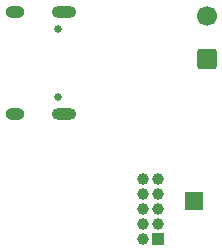
<source format=gbs>
%TF.GenerationSoftware,KiCad,Pcbnew,9.0.6*%
%TF.CreationDate,2025-12-11T17:35:40-05:00*%
%TF.ProjectId,Flex Ring,466c6578-2052-4696-9e67-2e6b69636164,rev?*%
%TF.SameCoordinates,Original*%
%TF.FileFunction,Soldermask,Bot*%
%TF.FilePolarity,Negative*%
%FSLAX46Y46*%
G04 Gerber Fmt 4.6, Leading zero omitted, Abs format (unit mm)*
G04 Created by KiCad (PCBNEW 9.0.6) date 2025-12-11 17:35:40*
%MOMM*%
%LPD*%
G01*
G04 APERTURE LIST*
G04 Aperture macros list*
%AMRoundRect*
0 Rectangle with rounded corners*
0 $1 Rounding radius*
0 $2 $3 $4 $5 $6 $7 $8 $9 X,Y pos of 4 corners*
0 Add a 4 corners polygon primitive as box body*
4,1,4,$2,$3,$4,$5,$6,$7,$8,$9,$2,$3,0*
0 Add four circle primitives for the rounded corners*
1,1,$1+$1,$2,$3*
1,1,$1+$1,$4,$5*
1,1,$1+$1,$6,$7*
1,1,$1+$1,$8,$9*
0 Add four rect primitives between the rounded corners*
20,1,$1+$1,$2,$3,$4,$5,0*
20,1,$1+$1,$4,$5,$6,$7,0*
20,1,$1+$1,$6,$7,$8,$9,0*
20,1,$1+$1,$8,$9,$2,$3,0*%
G04 Aperture macros list end*
%ADD10RoundRect,0.250000X0.600000X-0.600000X0.600000X0.600000X-0.600000X0.600000X-0.600000X-0.600000X0*%
%ADD11C,1.700000*%
%ADD12O,1.600000X1.000000*%
%ADD13O,2.100000X1.000000*%
%ADD14C,0.650000*%
%ADD15RoundRect,0.250000X-0.550000X-0.550000X0.550000X-0.550000X0.550000X0.550000X-0.550000X0.550000X0*%
%ADD16R,1.000000X1.000000*%
%ADD17C,1.000000*%
G04 APERTURE END LIST*
D10*
%TO.C,BT1*%
X191100000Y-24400000D03*
D11*
X191100000Y-20700000D03*
%TD*%
D12*
%TO.C,J1*%
X174800000Y-29000000D03*
D13*
X178980000Y-29000000D03*
D12*
X174800000Y-20360000D03*
D13*
X178980000Y-20360000D03*
D14*
X178450000Y-27570000D03*
X178450000Y-21790000D03*
%TD*%
D15*
%TO.C,E2*%
X190000000Y-36400000D03*
%TD*%
D16*
%TO.C,J2*%
X186900000Y-39610000D03*
D17*
X185630000Y-39610000D03*
X186900000Y-38340000D03*
X185630000Y-38340000D03*
X186900000Y-37070000D03*
X185630000Y-37070000D03*
X186900000Y-35800000D03*
X185630000Y-35800000D03*
X186900000Y-34530000D03*
X185630000Y-34530000D03*
%TD*%
M02*

</source>
